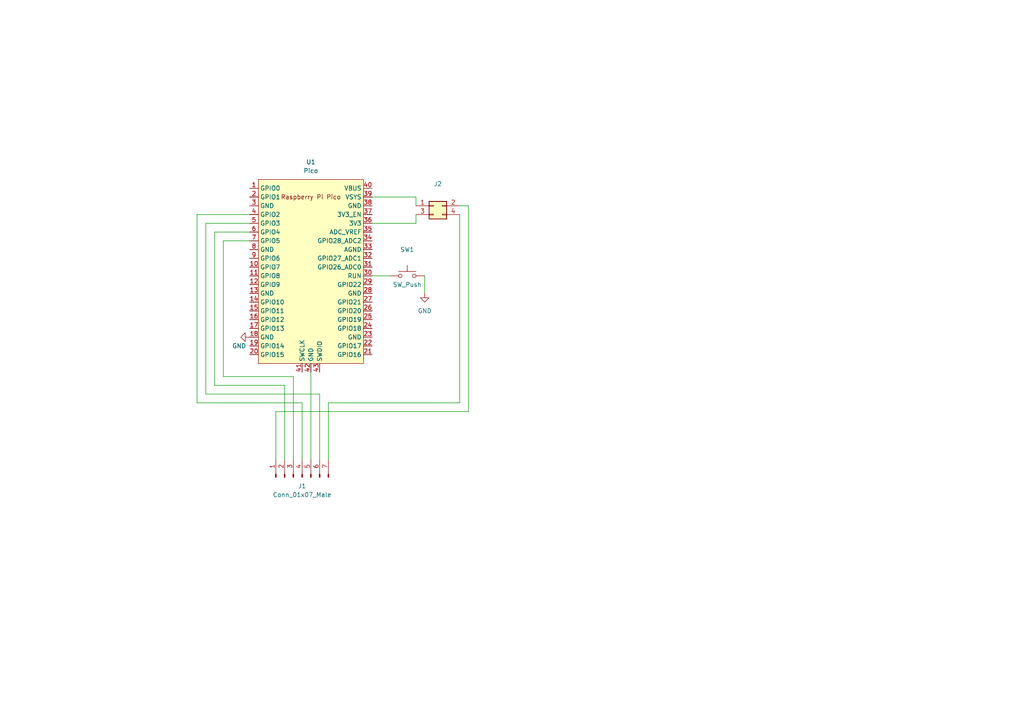
<source format=kicad_sch>
(kicad_sch (version 20211123) (generator eeschema)
  (paper "A4")
  (lib_symbols
    (symbol "Connector:Conn_01x07_Male" (pin_names (offset 1.016) hide)
      (property "Reference" "J" (at 0 10.16 0))
      (property "Value" "Conn_01x07_Male" (at 0 -10.16 0))
      (symbol "Conn_01x07_Male_1_1"
        (polyline (pts (xy 1.27 -7.62) (xy 0.8636 -7.62)) (stroke (width 0.1524)))
        (polyline (pts (xy 1.27 -5.08) (xy 0.8636 -5.08)) (stroke (width 0.1524)))
        (polyline (pts (xy 1.27 -2.54) (xy 0.8636 -2.54)) (stroke (width 0.1524)))
        (polyline (pts (xy 1.27 0) (xy 0.8636 0)) (stroke (width 0.1524)))
        (polyline (pts (xy 1.27 2.54) (xy 0.8636 2.54)) (stroke (width 0.1524)))
        (polyline (pts (xy 1.27 5.08) (xy 0.8636 5.08)) (stroke (width 0.1524)))
        (polyline (pts (xy 1.27 7.62) (xy 0.8636 7.62)) (stroke (width 0.1524)))
        (rectangle (start 0.8636 -7.493) (end 0 -7.747) (stroke (width 0.1524)) (fill (type outline)))
        (rectangle (start 0.8636 -4.953) (end 0 -5.207) (stroke (width 0.1524)) (fill (type outline)))
        (rectangle (start 0.8636 -2.413) (end 0 -2.667) (stroke (width 0.1524)) (fill (type outline)))
        (rectangle (start 0.8636 0.127) (end 0 -0.127) (stroke (width 0.1524)) (fill (type outline)))
        (rectangle (start 0.8636 2.667) (end 0 2.413) (stroke (width 0.1524)) (fill (type outline)))
        (rectangle (start 0.8636 5.207) (end 0 4.953) (stroke (width 0.1524)) (fill (type outline)))
        (rectangle (start 0.8636 7.747) (end 0 7.493) (stroke (width 0.1524)) (fill (type outline)))
        (pin passive line (at 5.08 7.62 180) (length 3.81) (name "Pin_1") (number "1"))
        (pin passive line (at 5.08 5.08 180) (length 3.81) (name "Pin_2") (number "2"))
        (pin passive line (at 5.08 2.54 180) (length 3.81) (name "Pin_3") (number "3"))
        (pin passive line (at 5.08 0 180) (length 3.81) (name "Pin_4") (number "4"))
        (pin passive line (at 5.08 -2.54 180) (length 3.81) (name "Pin_5") (number "5"))
        (pin passive line (at 5.08 -5.08 180) (length 3.81) (name "Pin_6") (number "6"))
        (pin passive line (at 5.08 -7.62 180) (length 3.81) (name "Pin_7") (number "7"))
      )
    )
    (symbol "Connector_Generic:Conn_02x02_Odd_Even" (pin_names (offset 1.016) hide)
      (property "Reference" "J" (at 1.27 2.54 0))
      (property "Value" "Conn_02x02_Odd_Even" (at 1.27 -5.08 0))
      (symbol "Conn_02x02_Odd_Even_1_1"
        (rectangle (start -1.27 -2.413) (end 0 -2.667) (stroke (width 0.1524)))
        (rectangle (start -1.27 0.127) (end 0 -0.127) (stroke (width 0.1524)))
        (rectangle (start -1.27 1.27) (end 3.81 -3.81) (stroke (width 0.254)) (fill (type background)))
        (rectangle (start 3.81 -2.413) (end 2.54 -2.667) (stroke (width 0.1524)))
        (rectangle (start 3.81 0.127) (end 2.54 -0.127) (stroke (width 0.1524)))
        (pin passive line (at -5.08 0 0) (length 3.81) (name "Pin_1") (number "1"))
        (pin passive line (at 7.62 0 180) (length 3.81) (name "Pin_2") (number "2"))
        (pin passive line (at -5.08 -2.54 0) (length 3.81) (name "Pin_3") (number "3"))
        (pin passive line (at 7.62 -2.54 180) (length 3.81) (name "Pin_4") (number "4"))
      )
    )
    (symbol "Switch:SW_Push" (pin_numbers hide) (pin_names (offset 1.016) hide)
      (property "Reference" "SW" (at 1.27 2.54 0))
      (property "Value" "SW_Push" (at 0 -1.524 0))
      (symbol "SW_Push_0_1"
        (circle (center -2.032 0) (radius 0.508))
        (polyline (pts (xy 0 1.27) (xy 0 3.048)))
        (polyline (pts (xy 2.54 1.27) (xy -2.54 1.27)))
        (circle (center 2.032 0) (radius 0.508))
        (pin passive line (at -5.08 0 0) (length 2.54) (name "1") (number "1"))
        (pin passive line (at 5.08 0 180) (length 2.54) (name "2") (number "2"))
      )
    )
    (symbol "ene9ba_Library:Pico"
      (property "Reference" "U" (at -13.97 27.94 0))
      (property "Value" "Pico" (at 0 19.05 0))
      (symbol "Pico_0_0"
        (text "Raspberry Pi Pico" (at 0 21.59 0) (effects (font (size 1.27 1.27))))
      )
      (symbol "Pico_0_1"
        (rectangle (start -15.24 26.67) (end 15.24 -26.67) (fill (type background)))
      )
      (symbol "Pico_1_1"
        (pin bidirectional line (at -17.78 24.13 0) (length 2.54) (name "GPIO0") (number "1"))
        (pin bidirectional line (at -17.78 1.27 0) (length 2.54) (name "GPIO7") (number "10"))
        (pin bidirectional line (at -17.78 -1.27 0) (length 2.54) (name "GPIO8") (number "11"))
        (pin bidirectional line (at -17.78 -3.81 0) (length 2.54) (name "GPIO9") (number "12"))
        (pin power_in line (at -17.78 -6.35 0) (length 2.54) (name "GND") (number "13"))
        (pin bidirectional line (at -17.78 -8.89 0) (length 2.54) (name "GPIO10") (number "14"))
        (pin bidirectional line (at -17.78 -11.43 0) (length 2.54) (name "GPIO11") (number "15"))
        (pin bidirectional line (at -17.78 -13.97 0) (length 2.54) (name "GPIO12") (number "16"))
        (pin bidirectional line (at -17.78 -16.51 0) (length 2.54) (name "GPIO13") (number "17"))
        (pin power_in line (at -17.78 -19.05 0) (length 2.54) (name "GND") (number "18"))
        (pin bidirectional line (at -17.78 -21.59 0) (length 2.54) (name "GPIO14") (number "19"))
        (pin bidirectional line (at -17.78 21.59 0) (length 2.54) (name "GPIO1") (number "2"))
        (pin bidirectional line (at -17.78 -24.13 0) (length 2.54) (name "GPIO15") (number "20"))
        (pin bidirectional line (at 17.78 -24.13 180) (length 2.54) (name "GPIO16") (number "21"))
        (pin bidirectional line (at 17.78 -21.59 180) (length 2.54) (name "GPIO17") (number "22"))
        (pin power_in line (at 17.78 -19.05 180) (length 2.54) (name "GND") (number "23"))
        (pin bidirectional line (at 17.78 -16.51 180) (length 2.54) (name "GPIO18") (number "24"))
        (pin bidirectional line (at 17.78 -13.97 180) (length 2.54) (name "GPIO19") (number "25"))
        (pin bidirectional line (at 17.78 -11.43 180) (length 2.54) (name "GPIO20") (number "26"))
        (pin bidirectional line (at 17.78 -8.89 180) (length 2.54) (name "GPIO21") (number "27"))
        (pin power_in line (at 17.78 -6.35 180) (length 2.54) (name "GND") (number "28"))
        (pin bidirectional line (at 17.78 -3.81 180) (length 2.54) (name "GPIO22") (number "29"))
        (pin power_in line (at -17.78 19.05 0) (length 2.54) (name "GND") (number "3"))
        (pin input line (at 17.78 -1.27 180) (length 2.54) (name "RUN") (number "30"))
        (pin bidirectional line (at 17.78 1.27 180) (length 2.54) (name "GPIO26_ADC0") (number "31"))
        (pin bidirectional line (at 17.78 3.81 180) (length 2.54) (name "GPIO27_ADC1") (number "32"))
        (pin power_in line (at 17.78 6.35 180) (length 2.54) (name "AGND") (number "33"))
        (pin bidirectional line (at 17.78 8.89 180) (length 2.54) (name "GPIO28_ADC2") (number "34"))
        (pin power_in line (at 17.78 11.43 180) (length 2.54) (name "ADC_VREF") (number "35"))
        (pin power_in line (at 17.78 13.97 180) (length 2.54) (name "3V3") (number "36"))
        (pin input line (at 17.78 16.51 180) (length 2.54) (name "3V3_EN") (number "37"))
        (pin bidirectional line (at 17.78 19.05 180) (length 2.54) (name "GND") (number "38"))
        (pin power_in line (at 17.78 21.59 180) (length 2.54) (name "VSYS") (number "39"))
        (pin bidirectional line (at -17.78 16.51 0) (length 2.54) (name "GPIO2") (number "4"))
        (pin power_in line (at 17.78 24.13 180) (length 2.54) (name "VBUS") (number "40"))
        (pin input line (at -2.54 -29.21 90) (length 2.54) (name "SWCLK") (number "41"))
        (pin power_in line (at 0 -29.21 90) (length 2.54) (name "GND") (number "42"))
        (pin bidirectional line (at 2.54 -29.21 90) (length 2.54) (name "SWDIO") (number "43"))
        (pin bidirectional line (at -17.78 13.97 0) (length 2.54) (name "GPIO3") (number "5"))
        (pin bidirectional line (at -17.78 11.43 0) (length 2.54) (name "GPIO4") (number "6"))
        (pin bidirectional line (at -17.78 8.89 0) (length 2.54) (name "GPIO5") (number "7"))
        (pin power_in line (at -17.78 6.35 0) (length 2.54) (name "GND") (number "8"))
        (pin bidirectional line (at -17.78 3.81 0) (length 2.54) (name "GPIO6") (number "9"))
      )
    )
    (symbol "power:GND" (power) (pin_names (offset 0))
      (property "Value" "GND" (at 0 -3.81 0))
      (symbol "GND_0_1"
        (polyline (pts (xy 0 0) (xy 0 -1.27) (xy 1.27 -1.27) (xy 0 -2.54) (xy -1.27 -1.27) (xy 0 -1.27)))
      )
      (symbol "GND_1_1"
        (pin power_in line (at 0 0 270) (length 0) hide (name "GND") (number "1"))
      )
    )
  )
  (wire (pts (xy 120.65 64.77) (xy 120.65 62.23)))
  (wire (pts (xy 85.09 109.22) (xy 85.09 133.35)))
  (wire (pts (xy 64.77 69.85) (xy 72.39 69.85)))
  (wire (pts (xy 62.23 111.76) (xy 82.55 111.76)))
  (wire (pts (xy 95.25 116.84) (xy 95.25 133.35)))
  (wire (pts (xy 57.15 62.23) (xy 57.15 116.84)))
  (wire (pts (xy 57.15 116.84) (xy 87.63 116.84)))
  (wire (pts (xy 95.25 116.84) (xy 133.35 116.84)))
  (wire (pts (xy 107.95 57.15) (xy 120.65 57.15)))
  (wire (pts (xy 87.63 116.84) (xy 87.63 133.35)))
  (wire (pts (xy 64.77 109.22) (xy 64.77 69.85)))
  (wire (pts (xy 133.35 59.69) (xy 135.89 59.69)))
  (wire (pts (xy 120.65 57.15) (xy 120.65 59.69)))
  (wire (pts (xy 57.15 62.23) (xy 72.39 62.23)))
  (wire (pts (xy 133.35 62.23) (xy 133.35 116.84)))
  (wire (pts (xy 85.09 109.22) (xy 64.77 109.22)))
  (wire (pts (xy 90.17 107.95) (xy 90.17 133.35)))
  (wire (pts (xy 62.23 67.31) (xy 72.39 67.31)))
  (wire (pts (xy 107.95 64.77) (xy 120.65 64.77)))
  (wire (pts (xy 59.69 114.3) (xy 92.71 114.3)))
  (wire (pts (xy 80.01 119.38) (xy 80.01 133.35)))
  (wire (pts (xy 123.19 80.01) (xy 123.19 85.09)))
  (wire (pts (xy 59.69 64.77) (xy 59.69 114.3)))
  (wire (pts (xy 80.01 119.38) (xy 135.89 119.38)))
  (wire (pts (xy 135.89 59.69) (xy 135.89 119.38)))
  (wire (pts (xy 82.55 111.76) (xy 82.55 133.35)))
  (wire (pts (xy 92.71 114.3) (xy 92.71 133.35)))
  (wire (pts (xy 59.69 64.77) (xy 72.39 64.77)))
  (wire (pts (xy 107.95 80.01) (xy 113.03 80.01)))
  (wire (pts (xy 62.23 67.31) (xy 62.23 111.76)))
  (symbol (lib_id "power:GND") (at 72.39 97.79 270) (unit 1)
    (property "Reference" "#PWR0101" (effects hide))
    (property "Value" "GND" (at 67.31 100.33 90) (effects (justify left)))
  )
  (symbol (lib_id "power:GND") (at 123.19 85.09 0) (unit 1)
    (property "Reference" "#PWR0102" (effects hide))
    (property "Value" "GND" (at 123.19 90.17 0))
  )
  (symbol (lib_id "Connector_Generic:Conn_02x02_Odd_Even") (at 125.73 59.69 0) (unit 1)
    (property "Reference" "J2" (at 127 53.34 0))
    (property "Value" "Conn_02x02_Odd_Even" (effects hide))
    (property "Footprint" "Connector_PinHeader_2.54mm:PinHeader_2x02_P2.54mm_Vertical" (effects hide))
  )
  (symbol (lib_id "ene9ba_Library:Pico") (at 90.17 78.74 0) (unit 1)
    (property "Reference" "U1" (at 90.17 46.99 0))
    (property "Value" "Pico" (at 90.17 49.53 0))
    (property "Footprint" "ene9ba_footprint:RPi_Pico_SMD_TH" (effects hide))
  )
  (symbol (lib_id "Connector:Conn_01x07_Male") (at 87.63 138.43 90) (unit 1)
    (property "Reference" "J1" (at 87.63 140.97 90))
    (property "Value" "Conn_01x07_Male" (at 87.63 143.51 90))
    (property "Footprint" "Connector_JST:JST_XH_B7B-XH-A_1x07_P2.50mm_Vertical" (effects hide))
  )
  (symbol (lib_id "Switch:SW_Push") (at 118.11 80.01 0) (unit 1)
    (property "Reference" "SW1" (at 118.11 72.39 0))
    (property "Value" "SW_Push" (at 118.11 82.55 0))
    (property "Footprint" "Button_Switch_THT:SW_PUSH_6mm" (effects hide))
  )
)
</source>
